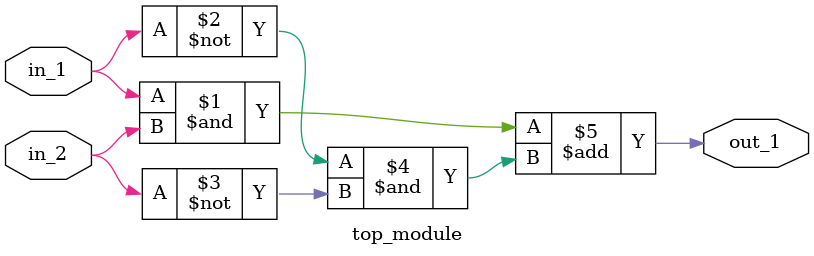
<source format=v>

module top_module(in_1, in_2, out_1);

	input in_1, in_2;
	output out_1;

	assign out_1 = (in_1 & in_2) + (~in_1 & ~in_2);

endmodule

</source>
